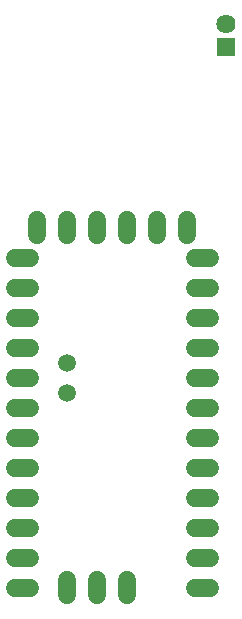
<source format=gbr>
G04 EAGLE Gerber X2 export*
%TF.Part,Single*%
%TF.FileFunction,Soldermask,Bot,1*%
%TF.FilePolarity,Negative*%
%TF.GenerationSoftware,Autodesk,EAGLE,8.7.1*%
%TF.CreationDate,2018-05-26T03:40:12Z*%
G75*
%MOMM*%
%FSLAX34Y34*%
%LPD*%
%AMOC8*
5,1,8,0,0,1.08239X$1,22.5*%
G01*
%ADD10C,1.511200*%
%ADD11C,1.511200*%
%ADD12R,1.625600X1.625600*%
%ADD13C,1.625600*%


D10*
X317500Y364300D02*
X317500Y377380D01*
X292100Y377380D02*
X292100Y364300D01*
X266700Y364300D02*
X266700Y377380D01*
X241300Y377380D02*
X241300Y364300D01*
X215900Y364300D02*
X215900Y377380D01*
X190500Y377380D02*
X190500Y364300D01*
X323660Y345440D02*
X336740Y345440D01*
X336740Y320040D02*
X323660Y320040D01*
X323660Y294640D02*
X336740Y294640D01*
X336740Y269240D02*
X323660Y269240D01*
X323660Y243840D02*
X336740Y243840D01*
X336740Y218440D02*
X323660Y218440D01*
X323660Y193040D02*
X336740Y193040D01*
X336740Y167640D02*
X323660Y167640D01*
X323660Y142240D02*
X336740Y142240D01*
X336740Y116840D02*
X323660Y116840D01*
X323660Y91440D02*
X336740Y91440D01*
X336740Y66040D02*
X323660Y66040D01*
X184340Y345440D02*
X171260Y345440D01*
X171260Y320040D02*
X184340Y320040D01*
X184340Y294640D02*
X171260Y294640D01*
X171260Y269240D02*
X184340Y269240D01*
X184340Y243840D02*
X171260Y243840D01*
X171260Y218440D02*
X184340Y218440D01*
X184340Y193040D02*
X171260Y193040D01*
X171260Y167640D02*
X184340Y167640D01*
X184340Y142240D02*
X171260Y142240D01*
X171260Y116840D02*
X184340Y116840D01*
X184340Y91440D02*
X171260Y91440D01*
X171260Y66040D02*
X184340Y66040D01*
X215900Y72580D02*
X215900Y59500D01*
X241300Y59500D02*
X241300Y72580D01*
X266700Y72580D02*
X266700Y59500D01*
D11*
X215900Y256540D03*
X215900Y231140D03*
D12*
X350520Y523400D03*
D13*
X350520Y543400D03*
M02*

</source>
